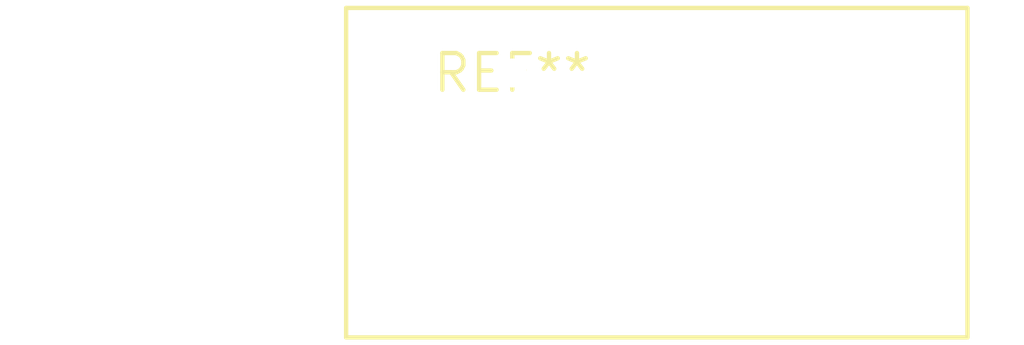
<source format=kicad_pcb>
(kicad_pcb (version 20240108) (generator pcbnew)
  (layers (0 "F.Cu" signal) (31 "B.Cu" signal) (34 "B.Paste" user) (35 "F.Paste" user) (36 "B.SilkS" user "B.Silkscreen") (37 "F.SilkS" user "F.Silkscreen") (38 "B.Mask" user) (39 "F.Mask" user) (44 "Edge.Cuts" user))
  (net 0 "")
  (footprint "RV_Disc_D21.5mm_W11.4mm_P10mm" (layer "F.Cu") (at 0 0)
    (property "Reference" "REF**")
    (property "Value" "RV_Disc_D21.5mm_W11.4mm_P10mm")
    (fp_line (start -5.75 -2.25) (end -5.75 9.15) (layer "F.SilkS") (stroke (width 0.15)))
    (fp_line (start -5.75 -2.25) (end 15.75 -2.25) (layer "F.SilkS") (stroke (width 0.15)))
    (fp_line (start -5.75 9.15) (end 15.75 9.15) (layer "F.SilkS") (stroke (width 0.15)))
    (fp_line (start 15.75 -2.25) (end 15.75 9.15) (layer "F.SilkS") (stroke (width 0.15)))
    (pad "1" thru_hole circle (at 0 0) (size 2 2) (drill 1) (layers *.Cu *.Mask) (remove_unused_layers))
    (pad "2" thru_hole circle (at 10 6.9) (size 2 2) (drill 1) (layers *.Cu *.Mask) (remove_unused_layers))
  )
)
</source>
